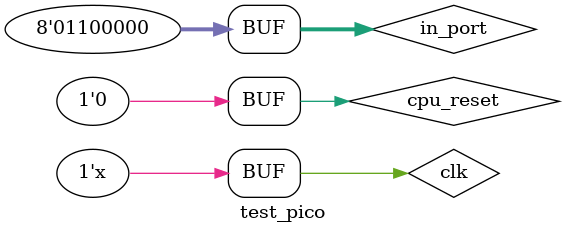
<source format=v>
`timescale 1ns / 1ps


module test_pico;

	// Inputs
	reg clk;
	reg cpu_reset;
	reg [7:0] in_port;

	// Outputs
	wire write_strobeS;
	wire read_strobeS;
	wire [7:0]out_portS;
	wire [7:0]port_idS;
	wire [17:0]instruccion;
	wire k_write_strobe;
	wire interrupt_ack;

	// Instantiate the Unit Under Test (UUT)
	pico_top uut (
		.clk(clk), 
		.cpu_reset(cpu_reset), 
		.in_port(in_port), 
		.write_strobeS(write_strobeS), 
		.read_strobeS(read_strobeS), 
		.out_portS(out_portS), 
		.port_idS(port_idS), 
		.k_write_strobe(k_write_strobe), 
		.interrupt_ack(interrupt_ack),
		.instruccion(instruccion)
	);

	initial begin
		// Initialize Inputs
		clk = 0;
		cpu_reset = 0;
		in_port = 0;

		// Wait 100 ns for global reset to finish
		#100;
		//cpu_reset = 1;
		#50;
		//cpu_reset =0;
		in_port = 8'b 11110011;
		#600;
		//cpu_reset = 1;
		#50;
		//cpu_reset =0;
		in_port = 8'b 01100000;
	

       

	end
	always  begin
		#5	clk= ~clk;
		end 
	
      
endmodule


</source>
